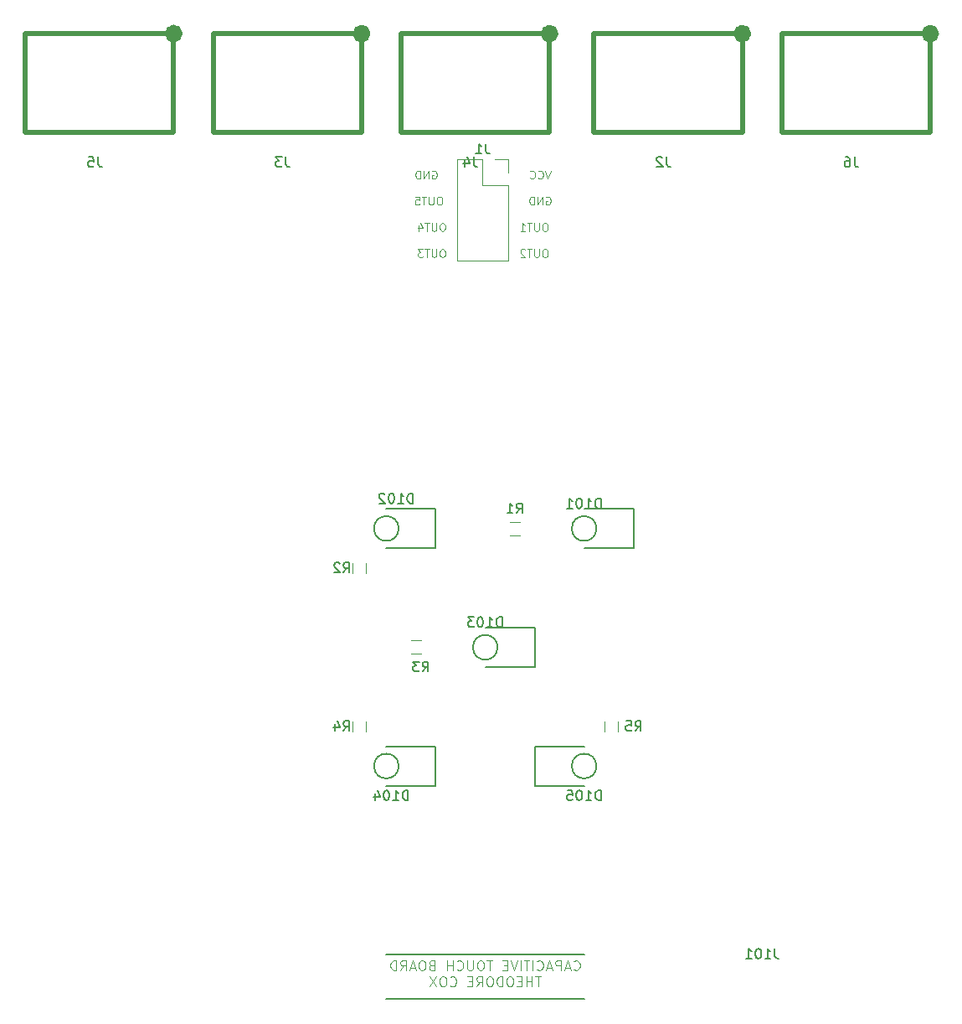
<source format=gbr>
G04 #@! TF.FileFunction,Legend,Bot*
%FSLAX46Y46*%
G04 Gerber Fmt 4.6, Leading zero omitted, Abs format (unit mm)*
G04 Created by KiCad (PCBNEW 4.0.7) date 06/11/18 22:56:17*
%MOMM*%
%LPD*%
G01*
G04 APERTURE LIST*
%ADD10C,0.100000*%
%ADD11C,0.125000*%
%ADD12C,0.200000*%
%ADD13C,0.120000*%
%ADD14C,0.700000*%
%ADD15C,0.500000*%
%ADD16C,0.150000*%
%ADD17C,0.152400*%
G04 APERTURE END LIST*
D10*
D11*
X158952381Y-145544643D02*
X159000000Y-145592262D01*
X159142857Y-145639881D01*
X159238095Y-145639881D01*
X159380953Y-145592262D01*
X159476191Y-145497024D01*
X159523810Y-145401786D01*
X159571429Y-145211310D01*
X159571429Y-145068452D01*
X159523810Y-144877976D01*
X159476191Y-144782738D01*
X159380953Y-144687500D01*
X159238095Y-144639881D01*
X159142857Y-144639881D01*
X159000000Y-144687500D01*
X158952381Y-144735119D01*
X158571429Y-145354167D02*
X158095238Y-145354167D01*
X158666667Y-145639881D02*
X158333334Y-144639881D01*
X158000000Y-145639881D01*
X157666667Y-145639881D02*
X157666667Y-144639881D01*
X157285714Y-144639881D01*
X157190476Y-144687500D01*
X157142857Y-144735119D01*
X157095238Y-144830357D01*
X157095238Y-144973214D01*
X157142857Y-145068452D01*
X157190476Y-145116071D01*
X157285714Y-145163690D01*
X157666667Y-145163690D01*
X156714286Y-145354167D02*
X156238095Y-145354167D01*
X156809524Y-145639881D02*
X156476191Y-144639881D01*
X156142857Y-145639881D01*
X155238095Y-145544643D02*
X155285714Y-145592262D01*
X155428571Y-145639881D01*
X155523809Y-145639881D01*
X155666667Y-145592262D01*
X155761905Y-145497024D01*
X155809524Y-145401786D01*
X155857143Y-145211310D01*
X155857143Y-145068452D01*
X155809524Y-144877976D01*
X155761905Y-144782738D01*
X155666667Y-144687500D01*
X155523809Y-144639881D01*
X155428571Y-144639881D01*
X155285714Y-144687500D01*
X155238095Y-144735119D01*
X154809524Y-145639881D02*
X154809524Y-144639881D01*
X154476191Y-144639881D02*
X153904762Y-144639881D01*
X154190477Y-145639881D02*
X154190477Y-144639881D01*
X153571429Y-145639881D02*
X153571429Y-144639881D01*
X153238096Y-144639881D02*
X152904763Y-145639881D01*
X152571429Y-144639881D01*
X152238096Y-145116071D02*
X151904762Y-145116071D01*
X151761905Y-145639881D02*
X152238096Y-145639881D01*
X152238096Y-144639881D01*
X151761905Y-144639881D01*
X150714286Y-144639881D02*
X150142857Y-144639881D01*
X150428572Y-145639881D02*
X150428572Y-144639881D01*
X149619048Y-144639881D02*
X149428571Y-144639881D01*
X149333333Y-144687500D01*
X149238095Y-144782738D01*
X149190476Y-144973214D01*
X149190476Y-145306548D01*
X149238095Y-145497024D01*
X149333333Y-145592262D01*
X149428571Y-145639881D01*
X149619048Y-145639881D01*
X149714286Y-145592262D01*
X149809524Y-145497024D01*
X149857143Y-145306548D01*
X149857143Y-144973214D01*
X149809524Y-144782738D01*
X149714286Y-144687500D01*
X149619048Y-144639881D01*
X148761905Y-144639881D02*
X148761905Y-145449405D01*
X148714286Y-145544643D01*
X148666667Y-145592262D01*
X148571429Y-145639881D01*
X148380952Y-145639881D01*
X148285714Y-145592262D01*
X148238095Y-145544643D01*
X148190476Y-145449405D01*
X148190476Y-144639881D01*
X147142857Y-145544643D02*
X147190476Y-145592262D01*
X147333333Y-145639881D01*
X147428571Y-145639881D01*
X147571429Y-145592262D01*
X147666667Y-145497024D01*
X147714286Y-145401786D01*
X147761905Y-145211310D01*
X147761905Y-145068452D01*
X147714286Y-144877976D01*
X147666667Y-144782738D01*
X147571429Y-144687500D01*
X147428571Y-144639881D01*
X147333333Y-144639881D01*
X147190476Y-144687500D01*
X147142857Y-144735119D01*
X146714286Y-145639881D02*
X146714286Y-144639881D01*
X146714286Y-145116071D02*
X146142857Y-145116071D01*
X146142857Y-145639881D02*
X146142857Y-144639881D01*
X144571428Y-145116071D02*
X144428571Y-145163690D01*
X144380952Y-145211310D01*
X144333333Y-145306548D01*
X144333333Y-145449405D01*
X144380952Y-145544643D01*
X144428571Y-145592262D01*
X144523809Y-145639881D01*
X144904762Y-145639881D01*
X144904762Y-144639881D01*
X144571428Y-144639881D01*
X144476190Y-144687500D01*
X144428571Y-144735119D01*
X144380952Y-144830357D01*
X144380952Y-144925595D01*
X144428571Y-145020833D01*
X144476190Y-145068452D01*
X144571428Y-145116071D01*
X144904762Y-145116071D01*
X143714286Y-144639881D02*
X143523809Y-144639881D01*
X143428571Y-144687500D01*
X143333333Y-144782738D01*
X143285714Y-144973214D01*
X143285714Y-145306548D01*
X143333333Y-145497024D01*
X143428571Y-145592262D01*
X143523809Y-145639881D01*
X143714286Y-145639881D01*
X143809524Y-145592262D01*
X143904762Y-145497024D01*
X143952381Y-145306548D01*
X143952381Y-144973214D01*
X143904762Y-144782738D01*
X143809524Y-144687500D01*
X143714286Y-144639881D01*
X142904762Y-145354167D02*
X142428571Y-145354167D01*
X143000000Y-145639881D02*
X142666667Y-144639881D01*
X142333333Y-145639881D01*
X141428571Y-145639881D02*
X141761905Y-145163690D01*
X142000000Y-145639881D02*
X142000000Y-144639881D01*
X141619047Y-144639881D01*
X141523809Y-144687500D01*
X141476190Y-144735119D01*
X141428571Y-144830357D01*
X141428571Y-144973214D01*
X141476190Y-145068452D01*
X141523809Y-145116071D01*
X141619047Y-145163690D01*
X142000000Y-145163690D01*
X141000000Y-145639881D02*
X141000000Y-144639881D01*
X140761905Y-144639881D01*
X140619047Y-144687500D01*
X140523809Y-144782738D01*
X140476190Y-144877976D01*
X140428571Y-145068452D01*
X140428571Y-145211310D01*
X140476190Y-145401786D01*
X140523809Y-145497024D01*
X140619047Y-145592262D01*
X140761905Y-145639881D01*
X141000000Y-145639881D01*
X155642857Y-146264881D02*
X155071428Y-146264881D01*
X155357143Y-147264881D02*
X155357143Y-146264881D01*
X154738095Y-147264881D02*
X154738095Y-146264881D01*
X154738095Y-146741071D02*
X154166666Y-146741071D01*
X154166666Y-147264881D02*
X154166666Y-146264881D01*
X153690476Y-146741071D02*
X153357142Y-146741071D01*
X153214285Y-147264881D02*
X153690476Y-147264881D01*
X153690476Y-146264881D01*
X153214285Y-146264881D01*
X152595238Y-146264881D02*
X152404761Y-146264881D01*
X152309523Y-146312500D01*
X152214285Y-146407738D01*
X152166666Y-146598214D01*
X152166666Y-146931548D01*
X152214285Y-147122024D01*
X152309523Y-147217262D01*
X152404761Y-147264881D01*
X152595238Y-147264881D01*
X152690476Y-147217262D01*
X152785714Y-147122024D01*
X152833333Y-146931548D01*
X152833333Y-146598214D01*
X152785714Y-146407738D01*
X152690476Y-146312500D01*
X152595238Y-146264881D01*
X151738095Y-147264881D02*
X151738095Y-146264881D01*
X151500000Y-146264881D01*
X151357142Y-146312500D01*
X151261904Y-146407738D01*
X151214285Y-146502976D01*
X151166666Y-146693452D01*
X151166666Y-146836310D01*
X151214285Y-147026786D01*
X151261904Y-147122024D01*
X151357142Y-147217262D01*
X151500000Y-147264881D01*
X151738095Y-147264881D01*
X150547619Y-146264881D02*
X150357142Y-146264881D01*
X150261904Y-146312500D01*
X150166666Y-146407738D01*
X150119047Y-146598214D01*
X150119047Y-146931548D01*
X150166666Y-147122024D01*
X150261904Y-147217262D01*
X150357142Y-147264881D01*
X150547619Y-147264881D01*
X150642857Y-147217262D01*
X150738095Y-147122024D01*
X150785714Y-146931548D01*
X150785714Y-146598214D01*
X150738095Y-146407738D01*
X150642857Y-146312500D01*
X150547619Y-146264881D01*
X149119047Y-147264881D02*
X149452381Y-146788690D01*
X149690476Y-147264881D02*
X149690476Y-146264881D01*
X149309523Y-146264881D01*
X149214285Y-146312500D01*
X149166666Y-146360119D01*
X149119047Y-146455357D01*
X149119047Y-146598214D01*
X149166666Y-146693452D01*
X149214285Y-146741071D01*
X149309523Y-146788690D01*
X149690476Y-146788690D01*
X148690476Y-146741071D02*
X148357142Y-146741071D01*
X148214285Y-147264881D02*
X148690476Y-147264881D01*
X148690476Y-146264881D01*
X148214285Y-146264881D01*
X146452380Y-147169643D02*
X146499999Y-147217262D01*
X146642856Y-147264881D01*
X146738094Y-147264881D01*
X146880952Y-147217262D01*
X146976190Y-147122024D01*
X147023809Y-147026786D01*
X147071428Y-146836310D01*
X147071428Y-146693452D01*
X147023809Y-146502976D01*
X146976190Y-146407738D01*
X146880952Y-146312500D01*
X146738094Y-146264881D01*
X146642856Y-146264881D01*
X146499999Y-146312500D01*
X146452380Y-146360119D01*
X145833333Y-146264881D02*
X145642856Y-146264881D01*
X145547618Y-146312500D01*
X145452380Y-146407738D01*
X145404761Y-146598214D01*
X145404761Y-146931548D01*
X145452380Y-147122024D01*
X145547618Y-147217262D01*
X145642856Y-147264881D01*
X145833333Y-147264881D01*
X145928571Y-147217262D01*
X146023809Y-147122024D01*
X146071428Y-146931548D01*
X146071428Y-146598214D01*
X146023809Y-146407738D01*
X145928571Y-146312500D01*
X145833333Y-146264881D01*
X145071428Y-146264881D02*
X144404761Y-147264881D01*
X144404761Y-146264881D02*
X145071428Y-147264881D01*
D12*
X140000000Y-148500000D02*
X160000000Y-148500000D01*
X160000000Y-144000000D02*
X140000000Y-144000000D01*
D11*
X156607144Y-64836905D02*
X156340477Y-65636905D01*
X156073810Y-64836905D01*
X155350001Y-65560714D02*
X155388096Y-65598810D01*
X155502382Y-65636905D01*
X155578572Y-65636905D01*
X155692858Y-65598810D01*
X155769049Y-65522619D01*
X155807144Y-65446429D01*
X155845239Y-65294048D01*
X155845239Y-65179762D01*
X155807144Y-65027381D01*
X155769049Y-64951190D01*
X155692858Y-64875000D01*
X155578572Y-64836905D01*
X155502382Y-64836905D01*
X155388096Y-64875000D01*
X155350001Y-64913095D01*
X154550001Y-65560714D02*
X154588096Y-65598810D01*
X154702382Y-65636905D01*
X154778572Y-65636905D01*
X154892858Y-65598810D01*
X154969049Y-65522619D01*
X155007144Y-65446429D01*
X155045239Y-65294048D01*
X155045239Y-65179762D01*
X155007144Y-65027381D01*
X154969049Y-64951190D01*
X154892858Y-64875000D01*
X154778572Y-64836905D01*
X154702382Y-64836905D01*
X154588096Y-64875000D01*
X154550001Y-64913095D01*
X144645236Y-64875000D02*
X144721427Y-64836905D01*
X144835712Y-64836905D01*
X144949998Y-64875000D01*
X145026189Y-64951190D01*
X145064284Y-65027381D01*
X145102379Y-65179762D01*
X145102379Y-65294048D01*
X145064284Y-65446429D01*
X145026189Y-65522619D01*
X144949998Y-65598810D01*
X144835712Y-65636905D01*
X144759522Y-65636905D01*
X144645236Y-65598810D01*
X144607141Y-65560714D01*
X144607141Y-65294048D01*
X144759522Y-65294048D01*
X144264284Y-65636905D02*
X144264284Y-64836905D01*
X143807141Y-65636905D01*
X143807141Y-64836905D01*
X143426189Y-65636905D02*
X143426189Y-64836905D01*
X143235713Y-64836905D01*
X143121427Y-64875000D01*
X143045236Y-64951190D01*
X143007141Y-65027381D01*
X142969046Y-65179762D01*
X142969046Y-65294048D01*
X143007141Y-65446429D01*
X143045236Y-65522619D01*
X143121427Y-65598810D01*
X143235713Y-65636905D01*
X143426189Y-65636905D01*
X156150001Y-67525000D02*
X156226192Y-67486905D01*
X156340477Y-67486905D01*
X156454763Y-67525000D01*
X156530954Y-67601190D01*
X156569049Y-67677381D01*
X156607144Y-67829762D01*
X156607144Y-67944048D01*
X156569049Y-68096429D01*
X156530954Y-68172619D01*
X156454763Y-68248810D01*
X156340477Y-68286905D01*
X156264287Y-68286905D01*
X156150001Y-68248810D01*
X156111906Y-68210714D01*
X156111906Y-67944048D01*
X156264287Y-67944048D01*
X155769049Y-68286905D02*
X155769049Y-67486905D01*
X155311906Y-68286905D01*
X155311906Y-67486905D01*
X154930954Y-68286905D02*
X154930954Y-67486905D01*
X154740478Y-67486905D01*
X154626192Y-67525000D01*
X154550001Y-67601190D01*
X154511906Y-67677381D01*
X154473811Y-67829762D01*
X154473811Y-67944048D01*
X154511906Y-68096429D01*
X154550001Y-68172619D01*
X154626192Y-68248810D01*
X154740478Y-68286905D01*
X154930954Y-68286905D01*
X145445237Y-67486905D02*
X145292856Y-67486905D01*
X145216665Y-67525000D01*
X145140475Y-67601190D01*
X145102380Y-67753571D01*
X145102380Y-68020238D01*
X145140475Y-68172619D01*
X145216665Y-68248810D01*
X145292856Y-68286905D01*
X145445237Y-68286905D01*
X145521427Y-68248810D01*
X145597618Y-68172619D01*
X145635713Y-68020238D01*
X145635713Y-67753571D01*
X145597618Y-67601190D01*
X145521427Y-67525000D01*
X145445237Y-67486905D01*
X144759523Y-67486905D02*
X144759523Y-68134524D01*
X144721428Y-68210714D01*
X144683332Y-68248810D01*
X144607142Y-68286905D01*
X144454761Y-68286905D01*
X144378570Y-68248810D01*
X144340475Y-68210714D01*
X144302380Y-68134524D01*
X144302380Y-67486905D01*
X144035714Y-67486905D02*
X143578571Y-67486905D01*
X143807142Y-68286905D02*
X143807142Y-67486905D01*
X142930951Y-67486905D02*
X143311904Y-67486905D01*
X143349999Y-67867857D01*
X143311904Y-67829762D01*
X143235713Y-67791667D01*
X143045237Y-67791667D01*
X142969047Y-67829762D01*
X142930951Y-67867857D01*
X142892856Y-67944048D01*
X142892856Y-68134524D01*
X142930951Y-68210714D01*
X142969047Y-68248810D01*
X143045237Y-68286905D01*
X143235713Y-68286905D01*
X143311904Y-68248810D01*
X143349999Y-68210714D01*
X156111906Y-70136905D02*
X155959525Y-70136905D01*
X155883334Y-70175000D01*
X155807144Y-70251190D01*
X155769049Y-70403571D01*
X155769049Y-70670238D01*
X155807144Y-70822619D01*
X155883334Y-70898810D01*
X155959525Y-70936905D01*
X156111906Y-70936905D01*
X156188096Y-70898810D01*
X156264287Y-70822619D01*
X156302382Y-70670238D01*
X156302382Y-70403571D01*
X156264287Y-70251190D01*
X156188096Y-70175000D01*
X156111906Y-70136905D01*
X155426192Y-70136905D02*
X155426192Y-70784524D01*
X155388097Y-70860714D01*
X155350001Y-70898810D01*
X155273811Y-70936905D01*
X155121430Y-70936905D01*
X155045239Y-70898810D01*
X155007144Y-70860714D01*
X154969049Y-70784524D01*
X154969049Y-70136905D01*
X154702383Y-70136905D02*
X154245240Y-70136905D01*
X154473811Y-70936905D02*
X154473811Y-70136905D01*
X153559525Y-70936905D02*
X154016668Y-70936905D01*
X153788097Y-70936905D02*
X153788097Y-70136905D01*
X153864287Y-70251190D01*
X153940478Y-70327381D01*
X154016668Y-70365476D01*
X145749999Y-70136905D02*
X145597618Y-70136905D01*
X145521427Y-70175000D01*
X145445237Y-70251190D01*
X145407142Y-70403571D01*
X145407142Y-70670238D01*
X145445237Y-70822619D01*
X145521427Y-70898810D01*
X145597618Y-70936905D01*
X145749999Y-70936905D01*
X145826189Y-70898810D01*
X145902380Y-70822619D01*
X145940475Y-70670238D01*
X145940475Y-70403571D01*
X145902380Y-70251190D01*
X145826189Y-70175000D01*
X145749999Y-70136905D01*
X145064285Y-70136905D02*
X145064285Y-70784524D01*
X145026190Y-70860714D01*
X144988094Y-70898810D01*
X144911904Y-70936905D01*
X144759523Y-70936905D01*
X144683332Y-70898810D01*
X144645237Y-70860714D01*
X144607142Y-70784524D01*
X144607142Y-70136905D01*
X144340476Y-70136905D02*
X143883333Y-70136905D01*
X144111904Y-70936905D02*
X144111904Y-70136905D01*
X143273809Y-70403571D02*
X143273809Y-70936905D01*
X143464285Y-70098810D02*
X143654761Y-70670238D01*
X143159523Y-70670238D01*
X156111906Y-72786905D02*
X155959525Y-72786905D01*
X155883334Y-72825000D01*
X155807144Y-72901190D01*
X155769049Y-73053571D01*
X155769049Y-73320238D01*
X155807144Y-73472619D01*
X155883334Y-73548810D01*
X155959525Y-73586905D01*
X156111906Y-73586905D01*
X156188096Y-73548810D01*
X156264287Y-73472619D01*
X156302382Y-73320238D01*
X156302382Y-73053571D01*
X156264287Y-72901190D01*
X156188096Y-72825000D01*
X156111906Y-72786905D01*
X155426192Y-72786905D02*
X155426192Y-73434524D01*
X155388097Y-73510714D01*
X155350001Y-73548810D01*
X155273811Y-73586905D01*
X155121430Y-73586905D01*
X155045239Y-73548810D01*
X155007144Y-73510714D01*
X154969049Y-73434524D01*
X154969049Y-72786905D01*
X154702383Y-72786905D02*
X154245240Y-72786905D01*
X154473811Y-73586905D02*
X154473811Y-72786905D01*
X154016668Y-72863095D02*
X153978573Y-72825000D01*
X153902382Y-72786905D01*
X153711906Y-72786905D01*
X153635716Y-72825000D01*
X153597620Y-72863095D01*
X153559525Y-72939286D01*
X153559525Y-73015476D01*
X153597620Y-73129762D01*
X154054763Y-73586905D01*
X153559525Y-73586905D01*
X145749999Y-72786905D02*
X145597618Y-72786905D01*
X145521427Y-72825000D01*
X145445237Y-72901190D01*
X145407142Y-73053571D01*
X145407142Y-73320238D01*
X145445237Y-73472619D01*
X145521427Y-73548810D01*
X145597618Y-73586905D01*
X145749999Y-73586905D01*
X145826189Y-73548810D01*
X145902380Y-73472619D01*
X145940475Y-73320238D01*
X145940475Y-73053571D01*
X145902380Y-72901190D01*
X145826189Y-72825000D01*
X145749999Y-72786905D01*
X145064285Y-72786905D02*
X145064285Y-73434524D01*
X145026190Y-73510714D01*
X144988094Y-73548810D01*
X144911904Y-73586905D01*
X144759523Y-73586905D01*
X144683332Y-73548810D01*
X144645237Y-73510714D01*
X144607142Y-73434524D01*
X144607142Y-72786905D01*
X144340476Y-72786905D02*
X143883333Y-72786905D01*
X144111904Y-73586905D02*
X144111904Y-72786905D01*
X143692856Y-72786905D02*
X143197618Y-72786905D01*
X143464285Y-73091667D01*
X143349999Y-73091667D01*
X143273809Y-73129762D01*
X143235713Y-73167857D01*
X143197618Y-73244048D01*
X143197618Y-73434524D01*
X143235713Y-73510714D01*
X143273809Y-73548810D01*
X143349999Y-73586905D01*
X143578571Y-73586905D01*
X143654761Y-73548810D01*
X143692856Y-73510714D01*
D13*
X152330000Y-73950000D02*
X147130000Y-73950000D01*
X152330000Y-66270000D02*
X152330000Y-73950000D01*
X147130000Y-63670000D02*
X147130000Y-73950000D01*
X152330000Y-66270000D02*
X149730000Y-66270000D01*
X149730000Y-66270000D02*
X149730000Y-63670000D01*
X149730000Y-63670000D02*
X147130000Y-63670000D01*
X152330000Y-65000000D02*
X152330000Y-63670000D01*
X152330000Y-63670000D02*
X151000000Y-63670000D01*
X152500000Y-101680000D02*
X153500000Y-101680000D01*
X153500000Y-100320000D02*
X152500000Y-100320000D01*
X137930000Y-105500000D02*
X137930000Y-104500000D01*
X136570000Y-104500000D02*
X136570000Y-105500000D01*
X142500000Y-113680000D02*
X143500000Y-113680000D01*
X143500000Y-112320000D02*
X142500000Y-112320000D01*
X136570000Y-120500000D02*
X136570000Y-121500000D01*
X137930000Y-121500000D02*
X137930000Y-120500000D01*
X162070000Y-120500000D02*
X162070000Y-121500000D01*
X163430000Y-121500000D02*
X163430000Y-120500000D01*
D14*
X195565685Y-51000000D02*
G75*
G03X195565685Y-51000000I-565685J0D01*
G01*
D15*
X195000000Y-51000000D02*
X195000000Y-61000000D01*
X195000000Y-61000000D02*
X180000000Y-61000000D01*
X180000000Y-61000000D02*
X180000000Y-51000000D01*
X180000000Y-51000000D02*
X195000000Y-51000000D01*
D14*
X119065685Y-51000000D02*
G75*
G03X119065685Y-51000000I-565685J0D01*
G01*
D15*
X118500000Y-51000000D02*
X118500000Y-61000000D01*
X118500000Y-61000000D02*
X103500000Y-61000000D01*
X103500000Y-61000000D02*
X103500000Y-51000000D01*
X103500000Y-51000000D02*
X118500000Y-51000000D01*
D14*
X157065685Y-51000000D02*
G75*
G03X157065685Y-51000000I-565685J0D01*
G01*
D15*
X156500000Y-51000000D02*
X156500000Y-61000000D01*
X156500000Y-61000000D02*
X141500000Y-61000000D01*
X141500000Y-61000000D02*
X141500000Y-51000000D01*
X141500000Y-51000000D02*
X156500000Y-51000000D01*
D14*
X138065685Y-51000000D02*
G75*
G03X138065685Y-51000000I-565685J0D01*
G01*
D15*
X137500000Y-51000000D02*
X137500000Y-61000000D01*
X137500000Y-61000000D02*
X122500000Y-61000000D01*
X122500000Y-61000000D02*
X122500000Y-51000000D01*
X122500000Y-51000000D02*
X137500000Y-51000000D01*
D14*
X176565685Y-51000000D02*
G75*
G03X176565685Y-51000000I-565685J0D01*
G01*
D15*
X176000000Y-51000000D02*
X176000000Y-61000000D01*
X176000000Y-61000000D02*
X161000000Y-61000000D01*
X161000000Y-61000000D02*
X161000000Y-51000000D01*
X161000000Y-51000000D02*
X176000000Y-51000000D01*
D16*
X161250000Y-101000000D02*
G75*
G03X161250000Y-101000000I-1250000J0D01*
G01*
X165000000Y-99000000D02*
X165000000Y-99500000D01*
X160000000Y-99000000D02*
X165000000Y-99000000D01*
X165000000Y-99500000D02*
X165000000Y-103000000D01*
X165000000Y-103000000D02*
X160000000Y-103000000D01*
X141250000Y-101000000D02*
G75*
G03X141250000Y-101000000I-1250000J0D01*
G01*
X145000000Y-99000000D02*
X145000000Y-99500000D01*
X140000000Y-99000000D02*
X145000000Y-99000000D01*
X145000000Y-99500000D02*
X145000000Y-103000000D01*
X145000000Y-103000000D02*
X140000000Y-103000000D01*
X151250000Y-113000000D02*
G75*
G03X151250000Y-113000000I-1250000J0D01*
G01*
X155000000Y-111000000D02*
X155000000Y-111500000D01*
X150000000Y-111000000D02*
X155000000Y-111000000D01*
X155000000Y-111500000D02*
X155000000Y-115000000D01*
X155000000Y-115000000D02*
X150000000Y-115000000D01*
X141250000Y-125000000D02*
G75*
G03X141250000Y-125000000I-1250000J0D01*
G01*
X145000000Y-123000000D02*
X145000000Y-123500000D01*
X140000000Y-123000000D02*
X145000000Y-123000000D01*
X145000000Y-123500000D02*
X145000000Y-127000000D01*
X145000000Y-127000000D02*
X140000000Y-127000000D01*
X161250000Y-125000000D02*
G75*
G03X161250000Y-125000000I-1250000J0D01*
G01*
X155000000Y-127000000D02*
X155000000Y-126500000D01*
X160000000Y-127000000D02*
X155000000Y-127000000D01*
X155000000Y-126500000D02*
X155000000Y-123000000D01*
X155000000Y-123000000D02*
X160000000Y-123000000D01*
X150063333Y-62122381D02*
X150063333Y-62836667D01*
X150110953Y-62979524D01*
X150206191Y-63074762D01*
X150349048Y-63122381D01*
X150444286Y-63122381D01*
X149063333Y-63122381D02*
X149634762Y-63122381D01*
X149349048Y-63122381D02*
X149349048Y-62122381D01*
X149444286Y-62265238D01*
X149539524Y-62360476D01*
X149634762Y-62408095D01*
X153166666Y-99452381D02*
X153500000Y-98976190D01*
X153738095Y-99452381D02*
X153738095Y-98452381D01*
X153357142Y-98452381D01*
X153261904Y-98500000D01*
X153214285Y-98547619D01*
X153166666Y-98642857D01*
X153166666Y-98785714D01*
X153214285Y-98880952D01*
X153261904Y-98928571D01*
X153357142Y-98976190D01*
X153738095Y-98976190D01*
X152214285Y-99452381D02*
X152785714Y-99452381D01*
X152500000Y-99452381D02*
X152500000Y-98452381D01*
X152595238Y-98595238D01*
X152690476Y-98690476D01*
X152785714Y-98738095D01*
X135666666Y-105452381D02*
X136000000Y-104976190D01*
X136238095Y-105452381D02*
X136238095Y-104452381D01*
X135857142Y-104452381D01*
X135761904Y-104500000D01*
X135714285Y-104547619D01*
X135666666Y-104642857D01*
X135666666Y-104785714D01*
X135714285Y-104880952D01*
X135761904Y-104928571D01*
X135857142Y-104976190D01*
X136238095Y-104976190D01*
X135285714Y-104547619D02*
X135238095Y-104500000D01*
X135142857Y-104452381D01*
X134904761Y-104452381D01*
X134809523Y-104500000D01*
X134761904Y-104547619D01*
X134714285Y-104642857D01*
X134714285Y-104738095D01*
X134761904Y-104880952D01*
X135333333Y-105452381D01*
X134714285Y-105452381D01*
X143666666Y-115452381D02*
X144000000Y-114976190D01*
X144238095Y-115452381D02*
X144238095Y-114452381D01*
X143857142Y-114452381D01*
X143761904Y-114500000D01*
X143714285Y-114547619D01*
X143666666Y-114642857D01*
X143666666Y-114785714D01*
X143714285Y-114880952D01*
X143761904Y-114928571D01*
X143857142Y-114976190D01*
X144238095Y-114976190D01*
X143333333Y-114452381D02*
X142714285Y-114452381D01*
X143047619Y-114833333D01*
X142904761Y-114833333D01*
X142809523Y-114880952D01*
X142761904Y-114928571D01*
X142714285Y-115023810D01*
X142714285Y-115261905D01*
X142761904Y-115357143D01*
X142809523Y-115404762D01*
X142904761Y-115452381D01*
X143190476Y-115452381D01*
X143285714Y-115404762D01*
X143333333Y-115357143D01*
X135666666Y-121452381D02*
X136000000Y-120976190D01*
X136238095Y-121452381D02*
X136238095Y-120452381D01*
X135857142Y-120452381D01*
X135761904Y-120500000D01*
X135714285Y-120547619D01*
X135666666Y-120642857D01*
X135666666Y-120785714D01*
X135714285Y-120880952D01*
X135761904Y-120928571D01*
X135857142Y-120976190D01*
X136238095Y-120976190D01*
X134809523Y-120785714D02*
X134809523Y-121452381D01*
X135047619Y-120404762D02*
X135285714Y-121119048D01*
X134666666Y-121119048D01*
X165166666Y-121452381D02*
X165500000Y-120976190D01*
X165738095Y-121452381D02*
X165738095Y-120452381D01*
X165357142Y-120452381D01*
X165261904Y-120500000D01*
X165214285Y-120547619D01*
X165166666Y-120642857D01*
X165166666Y-120785714D01*
X165214285Y-120880952D01*
X165261904Y-120928571D01*
X165357142Y-120976190D01*
X165738095Y-120976190D01*
X164261904Y-120452381D02*
X164738095Y-120452381D01*
X164785714Y-120928571D01*
X164738095Y-120880952D01*
X164642857Y-120833333D01*
X164404761Y-120833333D01*
X164309523Y-120880952D01*
X164261904Y-120928571D01*
X164214285Y-121023810D01*
X164214285Y-121261905D01*
X164261904Y-121357143D01*
X164309523Y-121404762D01*
X164404761Y-121452381D01*
X164642857Y-121452381D01*
X164738095Y-121404762D01*
X164785714Y-121357143D01*
D17*
X187338667Y-63443619D02*
X187338667Y-64169333D01*
X187387047Y-64314476D01*
X187483809Y-64411238D01*
X187628952Y-64459619D01*
X187725714Y-64459619D01*
X186419429Y-63443619D02*
X186612952Y-63443619D01*
X186709714Y-63492000D01*
X186758095Y-63540381D01*
X186854857Y-63685524D01*
X186903238Y-63879048D01*
X186903238Y-64266095D01*
X186854857Y-64362857D01*
X186806476Y-64411238D01*
X186709714Y-64459619D01*
X186516191Y-64459619D01*
X186419429Y-64411238D01*
X186371048Y-64362857D01*
X186322667Y-64266095D01*
X186322667Y-64024190D01*
X186371048Y-63927429D01*
X186419429Y-63879048D01*
X186516191Y-63830667D01*
X186709714Y-63830667D01*
X186806476Y-63879048D01*
X186854857Y-63927429D01*
X186903238Y-64024190D01*
X110838667Y-63443619D02*
X110838667Y-64169333D01*
X110887047Y-64314476D01*
X110983809Y-64411238D01*
X111128952Y-64459619D01*
X111225714Y-64459619D01*
X109871048Y-63443619D02*
X110354857Y-63443619D01*
X110403238Y-63927429D01*
X110354857Y-63879048D01*
X110258095Y-63830667D01*
X110016191Y-63830667D01*
X109919429Y-63879048D01*
X109871048Y-63927429D01*
X109822667Y-64024190D01*
X109822667Y-64266095D01*
X109871048Y-64362857D01*
X109919429Y-64411238D01*
X110016191Y-64459619D01*
X110258095Y-64459619D01*
X110354857Y-64411238D01*
X110403238Y-64362857D01*
X148838667Y-63443619D02*
X148838667Y-64169333D01*
X148887047Y-64314476D01*
X148983809Y-64411238D01*
X149128952Y-64459619D01*
X149225714Y-64459619D01*
X147919429Y-63782286D02*
X147919429Y-64459619D01*
X148161333Y-63395238D02*
X148403238Y-64120952D01*
X147774286Y-64120952D01*
X129838667Y-63443619D02*
X129838667Y-64169333D01*
X129887047Y-64314476D01*
X129983809Y-64411238D01*
X130128952Y-64459619D01*
X130225714Y-64459619D01*
X129451619Y-63443619D02*
X128822667Y-63443619D01*
X129161333Y-63830667D01*
X129016191Y-63830667D01*
X128919429Y-63879048D01*
X128871048Y-63927429D01*
X128822667Y-64024190D01*
X128822667Y-64266095D01*
X128871048Y-64362857D01*
X128919429Y-64411238D01*
X129016191Y-64459619D01*
X129306476Y-64459619D01*
X129403238Y-64411238D01*
X129451619Y-64362857D01*
X168338667Y-63443619D02*
X168338667Y-64169333D01*
X168387047Y-64314476D01*
X168483809Y-64411238D01*
X168628952Y-64459619D01*
X168725714Y-64459619D01*
X167903238Y-63540381D02*
X167854857Y-63492000D01*
X167758095Y-63443619D01*
X167516191Y-63443619D01*
X167419429Y-63492000D01*
X167371048Y-63540381D01*
X167322667Y-63637143D01*
X167322667Y-63733905D01*
X167371048Y-63879048D01*
X167951619Y-64459619D01*
X167322667Y-64459619D01*
D16*
X179285714Y-143452381D02*
X179285714Y-144166667D01*
X179333334Y-144309524D01*
X179428572Y-144404762D01*
X179571429Y-144452381D01*
X179666667Y-144452381D01*
X178285714Y-144452381D02*
X178857143Y-144452381D01*
X178571429Y-144452381D02*
X178571429Y-143452381D01*
X178666667Y-143595238D01*
X178761905Y-143690476D01*
X178857143Y-143738095D01*
X177666667Y-143452381D02*
X177571428Y-143452381D01*
X177476190Y-143500000D01*
X177428571Y-143547619D01*
X177380952Y-143642857D01*
X177333333Y-143833333D01*
X177333333Y-144071429D01*
X177380952Y-144261905D01*
X177428571Y-144357143D01*
X177476190Y-144404762D01*
X177571428Y-144452381D01*
X177666667Y-144452381D01*
X177761905Y-144404762D01*
X177809524Y-144357143D01*
X177857143Y-144261905D01*
X177904762Y-144071429D01*
X177904762Y-143833333D01*
X177857143Y-143642857D01*
X177809524Y-143547619D01*
X177761905Y-143500000D01*
X177666667Y-143452381D01*
X176380952Y-144452381D02*
X176952381Y-144452381D01*
X176666667Y-144452381D02*
X176666667Y-143452381D01*
X176761905Y-143595238D01*
X176857143Y-143690476D01*
X176952381Y-143738095D01*
X161690476Y-98952381D02*
X161690476Y-97952381D01*
X161452381Y-97952381D01*
X161309523Y-98000000D01*
X161214285Y-98095238D01*
X161166666Y-98190476D01*
X161119047Y-98380952D01*
X161119047Y-98523810D01*
X161166666Y-98714286D01*
X161214285Y-98809524D01*
X161309523Y-98904762D01*
X161452381Y-98952381D01*
X161690476Y-98952381D01*
X160166666Y-98952381D02*
X160738095Y-98952381D01*
X160452381Y-98952381D02*
X160452381Y-97952381D01*
X160547619Y-98095238D01*
X160642857Y-98190476D01*
X160738095Y-98238095D01*
X159547619Y-97952381D02*
X159452380Y-97952381D01*
X159357142Y-98000000D01*
X159309523Y-98047619D01*
X159261904Y-98142857D01*
X159214285Y-98333333D01*
X159214285Y-98571429D01*
X159261904Y-98761905D01*
X159309523Y-98857143D01*
X159357142Y-98904762D01*
X159452380Y-98952381D01*
X159547619Y-98952381D01*
X159642857Y-98904762D01*
X159690476Y-98857143D01*
X159738095Y-98761905D01*
X159785714Y-98571429D01*
X159785714Y-98333333D01*
X159738095Y-98142857D01*
X159690476Y-98047619D01*
X159642857Y-98000000D01*
X159547619Y-97952381D01*
X158261904Y-98952381D02*
X158833333Y-98952381D01*
X158547619Y-98952381D02*
X158547619Y-97952381D01*
X158642857Y-98095238D01*
X158738095Y-98190476D01*
X158833333Y-98238095D01*
X142690476Y-98452381D02*
X142690476Y-97452381D01*
X142452381Y-97452381D01*
X142309523Y-97500000D01*
X142214285Y-97595238D01*
X142166666Y-97690476D01*
X142119047Y-97880952D01*
X142119047Y-98023810D01*
X142166666Y-98214286D01*
X142214285Y-98309524D01*
X142309523Y-98404762D01*
X142452381Y-98452381D01*
X142690476Y-98452381D01*
X141166666Y-98452381D02*
X141738095Y-98452381D01*
X141452381Y-98452381D02*
X141452381Y-97452381D01*
X141547619Y-97595238D01*
X141642857Y-97690476D01*
X141738095Y-97738095D01*
X140547619Y-97452381D02*
X140452380Y-97452381D01*
X140357142Y-97500000D01*
X140309523Y-97547619D01*
X140261904Y-97642857D01*
X140214285Y-97833333D01*
X140214285Y-98071429D01*
X140261904Y-98261905D01*
X140309523Y-98357143D01*
X140357142Y-98404762D01*
X140452380Y-98452381D01*
X140547619Y-98452381D01*
X140642857Y-98404762D01*
X140690476Y-98357143D01*
X140738095Y-98261905D01*
X140785714Y-98071429D01*
X140785714Y-97833333D01*
X140738095Y-97642857D01*
X140690476Y-97547619D01*
X140642857Y-97500000D01*
X140547619Y-97452381D01*
X139833333Y-97547619D02*
X139785714Y-97500000D01*
X139690476Y-97452381D01*
X139452380Y-97452381D01*
X139357142Y-97500000D01*
X139309523Y-97547619D01*
X139261904Y-97642857D01*
X139261904Y-97738095D01*
X139309523Y-97880952D01*
X139880952Y-98452381D01*
X139261904Y-98452381D01*
X151690476Y-110952381D02*
X151690476Y-109952381D01*
X151452381Y-109952381D01*
X151309523Y-110000000D01*
X151214285Y-110095238D01*
X151166666Y-110190476D01*
X151119047Y-110380952D01*
X151119047Y-110523810D01*
X151166666Y-110714286D01*
X151214285Y-110809524D01*
X151309523Y-110904762D01*
X151452381Y-110952381D01*
X151690476Y-110952381D01*
X150166666Y-110952381D02*
X150738095Y-110952381D01*
X150452381Y-110952381D02*
X150452381Y-109952381D01*
X150547619Y-110095238D01*
X150642857Y-110190476D01*
X150738095Y-110238095D01*
X149547619Y-109952381D02*
X149452380Y-109952381D01*
X149357142Y-110000000D01*
X149309523Y-110047619D01*
X149261904Y-110142857D01*
X149214285Y-110333333D01*
X149214285Y-110571429D01*
X149261904Y-110761905D01*
X149309523Y-110857143D01*
X149357142Y-110904762D01*
X149452380Y-110952381D01*
X149547619Y-110952381D01*
X149642857Y-110904762D01*
X149690476Y-110857143D01*
X149738095Y-110761905D01*
X149785714Y-110571429D01*
X149785714Y-110333333D01*
X149738095Y-110142857D01*
X149690476Y-110047619D01*
X149642857Y-110000000D01*
X149547619Y-109952381D01*
X148880952Y-109952381D02*
X148261904Y-109952381D01*
X148595238Y-110333333D01*
X148452380Y-110333333D01*
X148357142Y-110380952D01*
X148309523Y-110428571D01*
X148261904Y-110523810D01*
X148261904Y-110761905D01*
X148309523Y-110857143D01*
X148357142Y-110904762D01*
X148452380Y-110952381D01*
X148738095Y-110952381D01*
X148833333Y-110904762D01*
X148880952Y-110857143D01*
X142190476Y-128452381D02*
X142190476Y-127452381D01*
X141952381Y-127452381D01*
X141809523Y-127500000D01*
X141714285Y-127595238D01*
X141666666Y-127690476D01*
X141619047Y-127880952D01*
X141619047Y-128023810D01*
X141666666Y-128214286D01*
X141714285Y-128309524D01*
X141809523Y-128404762D01*
X141952381Y-128452381D01*
X142190476Y-128452381D01*
X140666666Y-128452381D02*
X141238095Y-128452381D01*
X140952381Y-128452381D02*
X140952381Y-127452381D01*
X141047619Y-127595238D01*
X141142857Y-127690476D01*
X141238095Y-127738095D01*
X140047619Y-127452381D02*
X139952380Y-127452381D01*
X139857142Y-127500000D01*
X139809523Y-127547619D01*
X139761904Y-127642857D01*
X139714285Y-127833333D01*
X139714285Y-128071429D01*
X139761904Y-128261905D01*
X139809523Y-128357143D01*
X139857142Y-128404762D01*
X139952380Y-128452381D01*
X140047619Y-128452381D01*
X140142857Y-128404762D01*
X140190476Y-128357143D01*
X140238095Y-128261905D01*
X140285714Y-128071429D01*
X140285714Y-127833333D01*
X140238095Y-127642857D01*
X140190476Y-127547619D01*
X140142857Y-127500000D01*
X140047619Y-127452381D01*
X138857142Y-127785714D02*
X138857142Y-128452381D01*
X139095238Y-127404762D02*
X139333333Y-128119048D01*
X138714285Y-128119048D01*
X161690476Y-128452381D02*
X161690476Y-127452381D01*
X161452381Y-127452381D01*
X161309523Y-127500000D01*
X161214285Y-127595238D01*
X161166666Y-127690476D01*
X161119047Y-127880952D01*
X161119047Y-128023810D01*
X161166666Y-128214286D01*
X161214285Y-128309524D01*
X161309523Y-128404762D01*
X161452381Y-128452381D01*
X161690476Y-128452381D01*
X160166666Y-128452381D02*
X160738095Y-128452381D01*
X160452381Y-128452381D02*
X160452381Y-127452381D01*
X160547619Y-127595238D01*
X160642857Y-127690476D01*
X160738095Y-127738095D01*
X159547619Y-127452381D02*
X159452380Y-127452381D01*
X159357142Y-127500000D01*
X159309523Y-127547619D01*
X159261904Y-127642857D01*
X159214285Y-127833333D01*
X159214285Y-128071429D01*
X159261904Y-128261905D01*
X159309523Y-128357143D01*
X159357142Y-128404762D01*
X159452380Y-128452381D01*
X159547619Y-128452381D01*
X159642857Y-128404762D01*
X159690476Y-128357143D01*
X159738095Y-128261905D01*
X159785714Y-128071429D01*
X159785714Y-127833333D01*
X159738095Y-127642857D01*
X159690476Y-127547619D01*
X159642857Y-127500000D01*
X159547619Y-127452381D01*
X158309523Y-127452381D02*
X158785714Y-127452381D01*
X158833333Y-127928571D01*
X158785714Y-127880952D01*
X158690476Y-127833333D01*
X158452380Y-127833333D01*
X158357142Y-127880952D01*
X158309523Y-127928571D01*
X158261904Y-128023810D01*
X158261904Y-128261905D01*
X158309523Y-128357143D01*
X158357142Y-128404762D01*
X158452380Y-128452381D01*
X158690476Y-128452381D01*
X158785714Y-128404762D01*
X158833333Y-128357143D01*
M02*

</source>
